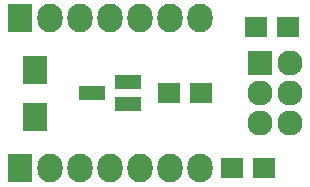
<source format=gbr>
G04 #@! TF.FileFunction,Soldermask,Bot*
%FSLAX46Y46*%
G04 Gerber Fmt 4.6, Leading zero omitted, Abs format (unit mm)*
G04 Created by KiCad (PCBNEW 4.0.5+dfsg1-4) date Tue Apr 17 10:54:11 2018*
%MOMM*%
%LPD*%
G01*
G04 APERTURE LIST*
%ADD10C,0.100000*%
%ADD11R,2.000000X2.400000*%
%ADD12R,2.127200X2.432000*%
%ADD13O,2.127200X2.432000*%
%ADD14R,2.127200X2.127200*%
%ADD15O,2.127200X2.127200*%
%ADD16R,1.900000X1.700000*%
%ADD17R,2.300000X1.200000*%
G04 APERTURE END LIST*
D10*
D11*
X158750000Y-82010000D03*
X158750000Y-78010000D03*
D12*
X157480000Y-86360000D03*
D13*
X160020000Y-86360000D03*
X162560000Y-86360000D03*
X165100000Y-86360000D03*
X167640000Y-86360000D03*
X170180000Y-86360000D03*
X172720000Y-86360000D03*
D12*
X157480000Y-73660000D03*
D13*
X160020000Y-73660000D03*
X162560000Y-73660000D03*
X165100000Y-73660000D03*
X167640000Y-73660000D03*
X170180000Y-73660000D03*
X172720000Y-73660000D03*
D14*
X177800000Y-77470000D03*
D15*
X180340000Y-77470000D03*
X177800000Y-80010000D03*
X180340000Y-80010000D03*
X177800000Y-82550000D03*
X180340000Y-82550000D03*
D16*
X170100000Y-80010000D03*
X172800000Y-80010000D03*
X180166000Y-74422000D03*
X177466000Y-74422000D03*
X175434000Y-86360000D03*
X178134000Y-86360000D03*
D17*
X166600000Y-79060000D03*
X166600000Y-80960000D03*
X163600000Y-80010000D03*
M02*

</source>
